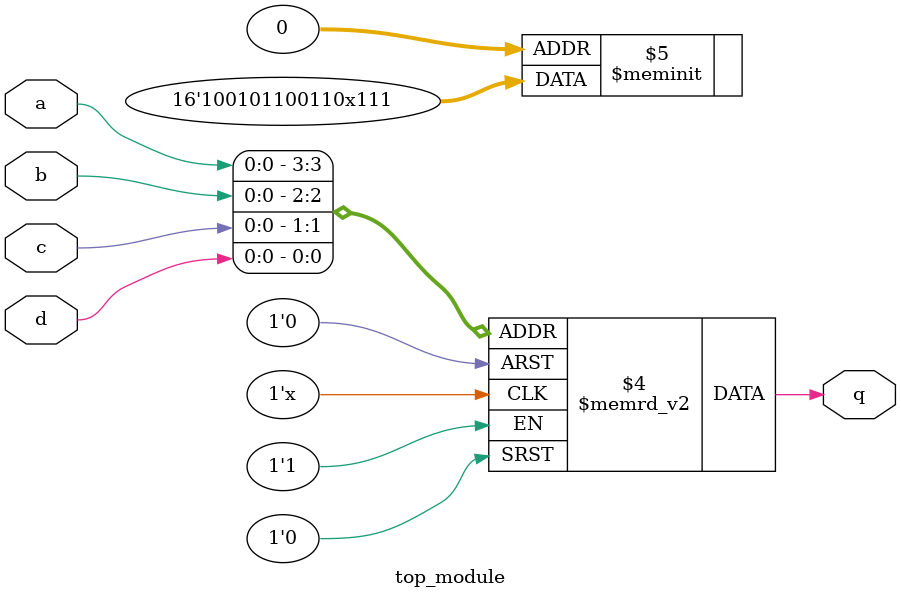
<source format=sv>
module top_module (
    input a, 
    input b, 
    input c, 
    input d,
    output reg q
);

always @* begin
    case ({a, b, c, d})
        4'b0000: q = 1;
        4'b0001: q = 1;
        4'b0010: q = 1;
        4'b0100: q = 0;
        4'b0101: q = 1;
        4'b0110: q = 1;
        4'b0111: q = 0;
        4'b1000: q = 0;
        4'b1001: q = 1;
        4'b1010: q = 1;
        4'b1011: q = 0;
        4'b1100: q = 1;
        4'b1101: q = 0;
        4'b1110: q = 0;
        4'b1111: q = 1;
    endcase
end

endmodule

</source>
